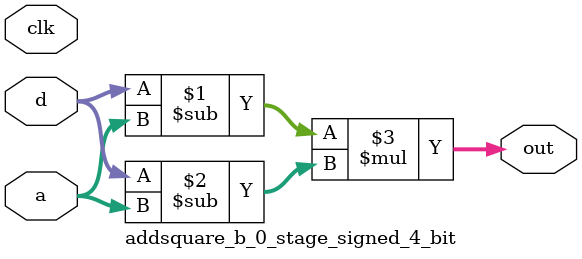
<source format=sv>
(* use_dsp = "yes" *) module addsquare_b_0_stage_signed_4_bit(
	input signed [3:0] a,
	input signed [3:0] d,
	output [3:0] out,
	input clk);

	assign out = (d - a) * (d - a);
endmodule

</source>
